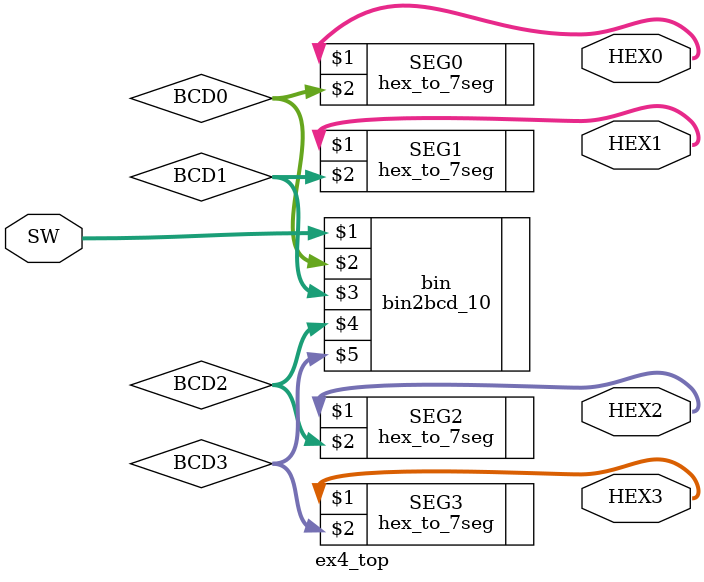
<source format=v>
module ex4_top (
SW, 		// Input switches
HEX0, 	// Hex output on 7 segment display
HEX1,
HEX2,
HEX3
);

	input [9:0] SW; // Declares input and output ports
	output [6:0] HEX0;
	output [6:0] HEX1;
	output [6:0] HEX2;
	output [6:0] HEX3;
	
	wire [9:0] BCD0;
	wire [9:0] BCD1;
	wire [9:0] BCD2;
	wire [9:0] BCD3;
	
	
	bin2bcd_10 bin (SW[9:0], BCD0, BCD1, BCD2, BCD3);
	
	hex_to_7seg SEG0 (HEX0, BCD0);
	hex_to_7seg SEG1 (HEX1, BCD1);
	hex_to_7seg SEG2 (HEX2, BCD2);
	hex_to_7seg SEG3 (HEX3, BCD3);
	
endmodule 
</source>
